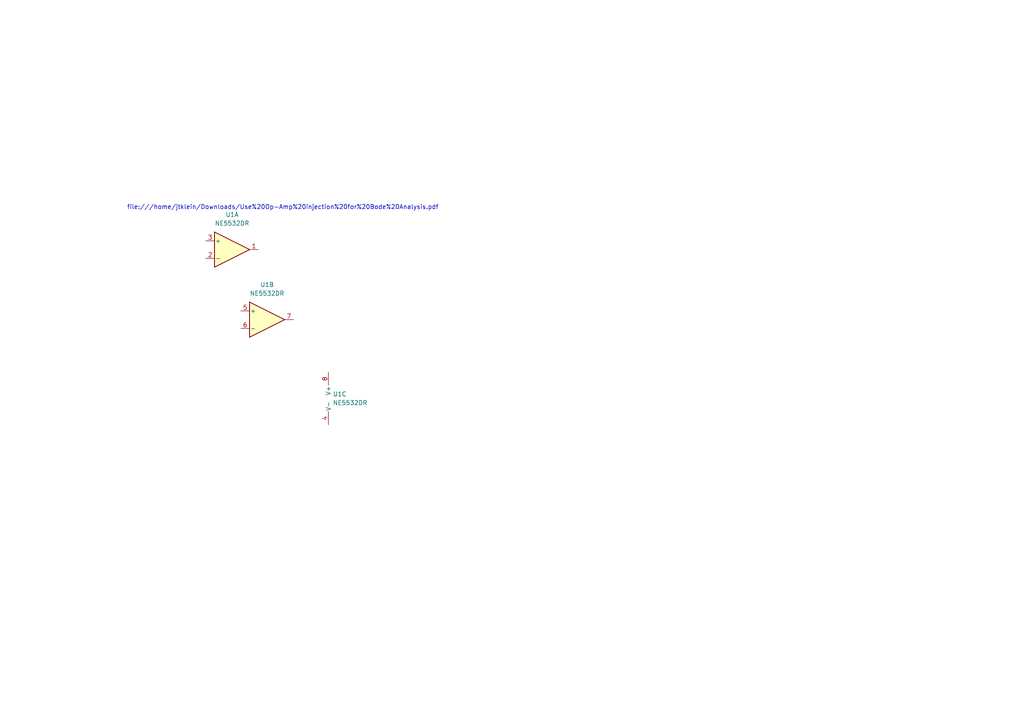
<source format=kicad_sch>
(kicad_sch (version 20230121) (generator eeschema)
  (paper "A4")
  (lib_symbols
    (symbol "Amplifier_Operational:NE5532" (pin_names (offset 0.127))
      (property "Reference" "U" (at 0 5.08 0))
      (property "Value" "NE5532" (at 0 -5.08 0))
      (symbol "NE5532_1_1"
        (polyline (pts (xy -5.08 5.08) (xy 5.08 0) (xy -5.08 -5.08) (xy -5.08 5.08)) (stroke (width 0.254)) (fill (type background)))
        (pin output line (at 7.62 0 180) (length 2.54) (name "~") (number "1"))
        (pin input line (at -7.62 -2.54 0) (length 2.54) (name "-") (number "2"))
        (pin input line (at -7.62 2.54 0) (length 2.54) (name "+") (number "3"))
      )
      (symbol "NE5532_2_1"
        (polyline (pts (xy -5.08 5.08) (xy 5.08 0) (xy -5.08 -5.08) (xy -5.08 5.08)) (stroke (width 0.254)) (fill (type background)))
        (pin input line (at -7.62 2.54 0) (length 2.54) (name "+") (number "5"))
        (pin input line (at -7.62 -2.54 0) (length 2.54) (name "-") (number "6"))
        (pin output line (at 7.62 0 180) (length 2.54) (name "~") (number "7"))
      )
      (symbol "NE5532_3_1"
        (pin power_in line (at -2.54 -7.62 90) (length 3.81) (name "V-") (number "4"))
        (pin power_in line (at -2.54 7.62 270) (length 3.81) (name "V+") (number "8"))
      )
    )
  )
  (text "file:///home/jtklein/Downloads/Use%20Op-Amp%20injection%20for%20Bode%20Analysis.pdf\n" (at 36.83 60.96 0) (effects (font (size 1.27 1.27)) (justify left bottom)))
  (symbol (lib_id "Amplifier_Operational:NE5532") (at 97.79 115.57 0) (unit 3)
    (property "Reference" "U1" (at 96.52 114.3 0) (effects (justify left)))
    (property "Value" "NE5532DR" (at 96.52 116.84 0) (effects (justify left)))
    (property "Footprint" "Package_SO:SOIC-8_3.9x4.9mm_P1.27mm" (effects hide))
    (property "Datasheet" "http://www.ti.com/lit/ds/symlink/ne5532.pdf" (effects hide))
  )
  (symbol (lib_id "Amplifier_Operational:NE5532") (at 77.47 92.71 0) (unit 2)
    (property "Reference" "U1" (at 77.47 82.55 0))
    (property "Value" "NE5532DR" (at 77.47 85.09 0))
    (property "Footprint" "Package_SO:SOIC-8_3.9x4.9mm_P1.27mm" (effects hide))
    (property "Datasheet" "http://www.ti.com/lit/ds/symlink/ne5532.pdf" (effects hide))
  )
  (symbol (lib_id "Amplifier_Operational:NE5532") (at 67.31 72.39 0) (unit 1)
    (property "Reference" "U1" (at 67.31 62.23 0))
    (property "Value" "NE5532DR" (at 67.31 64.77 0))
    (property "Footprint" "Package_SO:SOIC-8_3.9x4.9mm_P1.27mm" (effects hide))
    (property "Datasheet" "http://www.ti.com/lit/ds/symlink/ne5532.pdf" (effects hide))
  )
)
</source>
